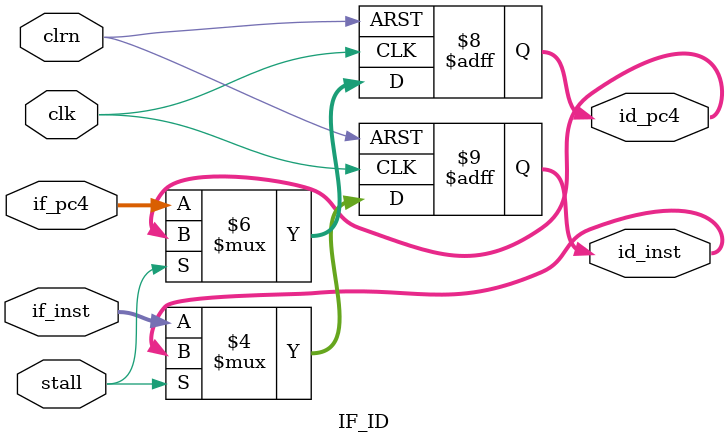
<source format=v>
`timescale 1ns / 1ps
module IF_ID(if_pc4,if_inst,clk,clrn,id_pc4,id_inst,stall
    );

	input [31:0] if_pc4,if_inst;
	input clk,clrn;
	input stall;
	output [31:0] id_pc4,id_inst;
	
	reg [31:0] id_pc4,id_inst;
	
	always @(posedge clk or negedge clrn)
	if(clrn==0)
		  begin
		    id_pc4<=0;
			 id_inst<=0;
	     end
		else
		  begin
			  if(~stall)
			  begin
		    id_pc4<=if_pc4;
			 id_inst<=if_inst;
			  end
		  end
endmodule

</source>
